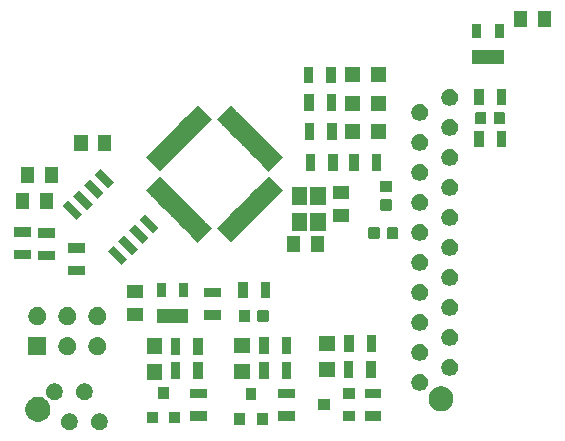
<source format=gts>
G04 #@! TF.GenerationSoftware,KiCad,Pcbnew,(5.1.4-0-10_14)*
G04 #@! TF.CreationDate,2020-01-14T22:28:18-05:00*
G04 #@! TF.ProjectId,throttle,7468726f-7474-46c6-952e-6b696361645f,rev?*
G04 #@! TF.SameCoordinates,Original*
G04 #@! TF.FileFunction,Soldermask,Top*
G04 #@! TF.FilePolarity,Negative*
%FSLAX46Y46*%
G04 Gerber Fmt 4.6, Leading zero omitted, Abs format (unit mm)*
G04 Created by KiCad (PCBNEW (5.1.4-0-10_14)) date 2020-01-14 22:28:18*
%MOMM*%
%LPD*%
G04 APERTURE LIST*
%ADD10C,0.100000*%
G04 APERTURE END LIST*
D10*
G36*
X83440273Y-93356738D02*
G01*
X83567849Y-93409582D01*
X83682659Y-93486295D01*
X83780305Y-93583941D01*
X83857018Y-93698751D01*
X83909862Y-93826327D01*
X83936800Y-93961756D01*
X83936800Y-94099844D01*
X83909862Y-94235273D01*
X83857018Y-94362849D01*
X83780305Y-94477659D01*
X83682659Y-94575305D01*
X83567849Y-94652018D01*
X83440273Y-94704862D01*
X83304844Y-94731800D01*
X83166756Y-94731800D01*
X83031327Y-94704862D01*
X82903751Y-94652018D01*
X82788941Y-94575305D01*
X82691295Y-94477659D01*
X82614582Y-94362849D01*
X82561738Y-94235273D01*
X82534800Y-94099844D01*
X82534800Y-93961756D01*
X82561738Y-93826327D01*
X82614582Y-93698751D01*
X82691295Y-93583941D01*
X82788941Y-93486295D01*
X82903751Y-93409582D01*
X83031327Y-93356738D01*
X83166756Y-93329800D01*
X83304844Y-93329800D01*
X83440273Y-93356738D01*
X83440273Y-93356738D01*
G37*
G36*
X80900273Y-93356738D02*
G01*
X81027849Y-93409582D01*
X81142659Y-93486295D01*
X81240305Y-93583941D01*
X81317018Y-93698751D01*
X81369862Y-93826327D01*
X81396800Y-93961756D01*
X81396800Y-94099844D01*
X81369862Y-94235273D01*
X81317018Y-94362849D01*
X81240305Y-94477659D01*
X81142659Y-94575305D01*
X81027849Y-94652018D01*
X80900273Y-94704862D01*
X80764844Y-94731800D01*
X80626756Y-94731800D01*
X80491327Y-94704862D01*
X80363751Y-94652018D01*
X80248941Y-94575305D01*
X80151295Y-94477659D01*
X80074582Y-94362849D01*
X80021738Y-94235273D01*
X79994800Y-94099844D01*
X79994800Y-93961756D01*
X80021738Y-93826327D01*
X80074582Y-93698751D01*
X80151295Y-93583941D01*
X80248941Y-93486295D01*
X80363751Y-93409582D01*
X80491327Y-93356738D01*
X80626756Y-93329800D01*
X80764844Y-93329800D01*
X80900273Y-93356738D01*
X80900273Y-93356738D01*
G37*
G36*
X97469000Y-94292000D02*
G01*
X96567000Y-94292000D01*
X96567000Y-93290000D01*
X97469000Y-93290000D01*
X97469000Y-94292000D01*
X97469000Y-94292000D01*
G37*
G36*
X95569000Y-94292000D02*
G01*
X94667000Y-94292000D01*
X94667000Y-93290000D01*
X95569000Y-93290000D01*
X95569000Y-94292000D01*
X95569000Y-94292000D01*
G37*
G36*
X90065000Y-94187000D02*
G01*
X89163000Y-94187000D01*
X89163000Y-93185000D01*
X90065000Y-93185000D01*
X90065000Y-94187000D01*
X90065000Y-94187000D01*
G37*
G36*
X88165000Y-94187000D02*
G01*
X87263000Y-94187000D01*
X87263000Y-93185000D01*
X88165000Y-93185000D01*
X88165000Y-94187000D01*
X88165000Y-94187000D01*
G37*
G36*
X78332364Y-91980189D02*
G01*
X78523633Y-92059415D01*
X78523635Y-92059416D01*
X78695773Y-92174435D01*
X78842165Y-92320827D01*
X78899453Y-92406564D01*
X78957185Y-92492967D01*
X79036411Y-92684236D01*
X79076800Y-92887284D01*
X79076800Y-93094316D01*
X79036411Y-93297364D01*
X79011817Y-93356739D01*
X78957184Y-93488635D01*
X78842165Y-93660773D01*
X78695773Y-93807165D01*
X78523635Y-93922184D01*
X78523634Y-93922185D01*
X78523633Y-93922185D01*
X78332364Y-94001411D01*
X78129316Y-94041800D01*
X77922284Y-94041800D01*
X77719236Y-94001411D01*
X77527967Y-93922185D01*
X77527966Y-93922185D01*
X77527965Y-93922184D01*
X77355827Y-93807165D01*
X77209435Y-93660773D01*
X77094416Y-93488635D01*
X77039783Y-93356739D01*
X77015189Y-93297364D01*
X76974800Y-93094316D01*
X76974800Y-92887284D01*
X77015189Y-92684236D01*
X77094415Y-92492967D01*
X77152148Y-92406564D01*
X77209435Y-92320827D01*
X77355827Y-92174435D01*
X77527965Y-92059416D01*
X77527967Y-92059415D01*
X77719236Y-91980189D01*
X77922284Y-91939800D01*
X78129316Y-91939800D01*
X78332364Y-91980189D01*
X78332364Y-91980189D01*
G37*
G36*
X104865000Y-94007000D02*
G01*
X103863000Y-94007000D01*
X103863000Y-93105000D01*
X104865000Y-93105000D01*
X104865000Y-94007000D01*
X104865000Y-94007000D01*
G37*
G36*
X99769000Y-93967000D02*
G01*
X98367000Y-93967000D01*
X98367000Y-93165000D01*
X99769000Y-93165000D01*
X99769000Y-93967000D01*
X99769000Y-93967000D01*
G37*
G36*
X92315000Y-93962000D02*
G01*
X90913000Y-93962000D01*
X90913000Y-93160000D01*
X92315000Y-93160000D01*
X92315000Y-93962000D01*
X92315000Y-93962000D01*
G37*
G36*
X107115000Y-93957000D02*
G01*
X105713000Y-93957000D01*
X105713000Y-93155000D01*
X107115000Y-93155000D01*
X107115000Y-93957000D01*
X107115000Y-93957000D01*
G37*
G36*
X112456564Y-91089389D02*
G01*
X112647833Y-91168615D01*
X112647835Y-91168616D01*
X112819973Y-91283635D01*
X112966365Y-91430027D01*
X113053105Y-91559842D01*
X113081385Y-91602167D01*
X113160611Y-91793436D01*
X113201000Y-91996484D01*
X113201000Y-92203516D01*
X113160611Y-92406564D01*
X113081385Y-92597833D01*
X113081384Y-92597835D01*
X112966365Y-92769973D01*
X112819973Y-92916365D01*
X112647835Y-93031384D01*
X112647834Y-93031385D01*
X112647833Y-93031385D01*
X112456564Y-93110611D01*
X112253516Y-93151000D01*
X112046484Y-93151000D01*
X111843436Y-93110611D01*
X111652167Y-93031385D01*
X111652166Y-93031385D01*
X111652165Y-93031384D01*
X111480027Y-92916365D01*
X111333635Y-92769973D01*
X111218616Y-92597835D01*
X111218615Y-92597833D01*
X111139389Y-92406564D01*
X111099000Y-92203516D01*
X111099000Y-91996484D01*
X111139389Y-91793436D01*
X111218615Y-91602167D01*
X111246896Y-91559842D01*
X111333635Y-91430027D01*
X111480027Y-91283635D01*
X111652165Y-91168616D01*
X111652167Y-91168615D01*
X111843436Y-91089389D01*
X112046484Y-91049000D01*
X112253516Y-91049000D01*
X112456564Y-91089389D01*
X112456564Y-91089389D01*
G37*
G36*
X102765000Y-93057000D02*
G01*
X101763000Y-93057000D01*
X101763000Y-92155000D01*
X102765000Y-92155000D01*
X102765000Y-93057000D01*
X102765000Y-93057000D01*
G37*
G36*
X96519000Y-92192000D02*
G01*
X95617000Y-92192000D01*
X95617000Y-91190000D01*
X96519000Y-91190000D01*
X96519000Y-92192000D01*
X96519000Y-92192000D01*
G37*
G36*
X82170273Y-90816738D02*
G01*
X82297849Y-90869582D01*
X82412659Y-90946295D01*
X82510305Y-91043941D01*
X82587018Y-91158751D01*
X82639862Y-91286327D01*
X82666800Y-91421756D01*
X82666800Y-91559844D01*
X82639862Y-91695273D01*
X82587018Y-91822849D01*
X82510305Y-91937659D01*
X82412659Y-92035305D01*
X82297849Y-92112018D01*
X82170273Y-92164862D01*
X82034844Y-92191800D01*
X81896756Y-92191800D01*
X81761327Y-92164862D01*
X81633751Y-92112018D01*
X81518941Y-92035305D01*
X81421295Y-91937659D01*
X81344582Y-91822849D01*
X81291738Y-91695273D01*
X81264800Y-91559844D01*
X81264800Y-91421756D01*
X81291738Y-91286327D01*
X81344582Y-91158751D01*
X81421295Y-91043941D01*
X81518941Y-90946295D01*
X81633751Y-90869582D01*
X81761327Y-90816738D01*
X81896756Y-90789800D01*
X82034844Y-90789800D01*
X82170273Y-90816738D01*
X82170273Y-90816738D01*
G37*
G36*
X79630273Y-90816738D02*
G01*
X79757849Y-90869582D01*
X79872659Y-90946295D01*
X79970305Y-91043941D01*
X80047018Y-91158751D01*
X80099862Y-91286327D01*
X80126800Y-91421756D01*
X80126800Y-91559844D01*
X80099862Y-91695273D01*
X80047018Y-91822849D01*
X79970305Y-91937659D01*
X79872659Y-92035305D01*
X79757849Y-92112018D01*
X79630273Y-92164862D01*
X79494844Y-92191800D01*
X79356756Y-92191800D01*
X79221327Y-92164862D01*
X79093751Y-92112018D01*
X78978941Y-92035305D01*
X78881295Y-91937659D01*
X78804582Y-91822849D01*
X78751738Y-91695273D01*
X78724800Y-91559844D01*
X78724800Y-91421756D01*
X78751738Y-91286327D01*
X78804582Y-91158751D01*
X78881295Y-91043941D01*
X78978941Y-90946295D01*
X79093751Y-90869582D01*
X79221327Y-90816738D01*
X79356756Y-90789800D01*
X79494844Y-90789800D01*
X79630273Y-90816738D01*
X79630273Y-90816738D01*
G37*
G36*
X104865000Y-92107000D02*
G01*
X103863000Y-92107000D01*
X103863000Y-91205000D01*
X104865000Y-91205000D01*
X104865000Y-92107000D01*
X104865000Y-92107000D01*
G37*
G36*
X89115000Y-92087000D02*
G01*
X88213000Y-92087000D01*
X88213000Y-91085000D01*
X89115000Y-91085000D01*
X89115000Y-92087000D01*
X89115000Y-92087000D01*
G37*
G36*
X99769000Y-92067000D02*
G01*
X98367000Y-92067000D01*
X98367000Y-91265000D01*
X99769000Y-91265000D01*
X99769000Y-92067000D01*
X99769000Y-92067000D01*
G37*
G36*
X92315000Y-92062000D02*
G01*
X90913000Y-92062000D01*
X90913000Y-91260000D01*
X92315000Y-91260000D01*
X92315000Y-92062000D01*
X92315000Y-92062000D01*
G37*
G36*
X107115000Y-92057000D02*
G01*
X105713000Y-92057000D01*
X105713000Y-91255000D01*
X107115000Y-91255000D01*
X107115000Y-92057000D01*
X107115000Y-92057000D01*
G37*
G36*
X110554473Y-90025938D02*
G01*
X110682049Y-90078782D01*
X110796859Y-90155495D01*
X110894505Y-90253141D01*
X110971218Y-90367951D01*
X111024062Y-90495527D01*
X111051000Y-90630956D01*
X111051000Y-90769044D01*
X111024062Y-90904473D01*
X110971218Y-91032049D01*
X110894505Y-91146859D01*
X110796859Y-91244505D01*
X110682049Y-91321218D01*
X110554473Y-91374062D01*
X110419044Y-91401000D01*
X110280956Y-91401000D01*
X110145527Y-91374062D01*
X110017951Y-91321218D01*
X109903141Y-91244505D01*
X109805495Y-91146859D01*
X109728782Y-91032049D01*
X109675938Y-90904473D01*
X109649000Y-90769044D01*
X109649000Y-90630956D01*
X109675938Y-90495527D01*
X109728782Y-90367951D01*
X109805495Y-90253141D01*
X109903141Y-90155495D01*
X110017951Y-90078782D01*
X110145527Y-90025938D01*
X110280956Y-89999000D01*
X110419044Y-89999000D01*
X110554473Y-90025938D01*
X110554473Y-90025938D01*
G37*
G36*
X88526000Y-90476000D02*
G01*
X87224000Y-90476000D01*
X87224000Y-89174000D01*
X88526000Y-89174000D01*
X88526000Y-90476000D01*
X88526000Y-90476000D01*
G37*
G36*
X95969000Y-90422000D02*
G01*
X94667000Y-90422000D01*
X94667000Y-89120000D01*
X95969000Y-89120000D01*
X95969000Y-90422000D01*
X95969000Y-90422000D01*
G37*
G36*
X97569000Y-90417000D02*
G01*
X96767000Y-90417000D01*
X96767000Y-89015000D01*
X97569000Y-89015000D01*
X97569000Y-90417000D01*
X97569000Y-90417000D01*
G37*
G36*
X99469000Y-90417000D02*
G01*
X98667000Y-90417000D01*
X98667000Y-89015000D01*
X99469000Y-89015000D01*
X99469000Y-90417000D01*
X99469000Y-90417000D01*
G37*
G36*
X90065000Y-90387000D02*
G01*
X89263000Y-90387000D01*
X89263000Y-88985000D01*
X90065000Y-88985000D01*
X90065000Y-90387000D01*
X90065000Y-90387000D01*
G37*
G36*
X91965000Y-90387000D02*
G01*
X91163000Y-90387000D01*
X91163000Y-88985000D01*
X91965000Y-88985000D01*
X91965000Y-90387000D01*
X91965000Y-90387000D01*
G37*
G36*
X106640000Y-90307000D02*
G01*
X105838000Y-90307000D01*
X105838000Y-88905000D01*
X106640000Y-88905000D01*
X106640000Y-90307000D01*
X106640000Y-90307000D01*
G37*
G36*
X104740000Y-90307000D02*
G01*
X103938000Y-90307000D01*
X103938000Y-88905000D01*
X104740000Y-88905000D01*
X104740000Y-90307000D01*
X104740000Y-90307000D01*
G37*
G36*
X103160000Y-90287000D02*
G01*
X101858000Y-90287000D01*
X101858000Y-88985000D01*
X103160000Y-88985000D01*
X103160000Y-90287000D01*
X103160000Y-90287000D01*
G37*
G36*
X113094473Y-88755938D02*
G01*
X113222049Y-88808782D01*
X113336859Y-88885495D01*
X113434505Y-88983141D01*
X113511218Y-89097951D01*
X113564062Y-89225527D01*
X113591000Y-89360956D01*
X113591000Y-89499044D01*
X113564062Y-89634473D01*
X113511218Y-89762049D01*
X113434505Y-89876859D01*
X113336859Y-89974505D01*
X113222049Y-90051218D01*
X113094473Y-90104062D01*
X112959044Y-90131000D01*
X112820956Y-90131000D01*
X112685527Y-90104062D01*
X112557951Y-90051218D01*
X112443141Y-89974505D01*
X112345495Y-89876859D01*
X112268782Y-89762049D01*
X112215938Y-89634473D01*
X112189000Y-89499044D01*
X112189000Y-89360956D01*
X112215938Y-89225527D01*
X112268782Y-89097951D01*
X112345495Y-88983141D01*
X112443141Y-88885495D01*
X112557951Y-88808782D01*
X112685527Y-88755938D01*
X112820956Y-88729000D01*
X112959044Y-88729000D01*
X113094473Y-88755938D01*
X113094473Y-88755938D01*
G37*
G36*
X110554473Y-87485938D02*
G01*
X110682049Y-87538782D01*
X110796859Y-87615495D01*
X110894505Y-87713141D01*
X110971218Y-87827951D01*
X111024062Y-87955527D01*
X111051000Y-88090956D01*
X111051000Y-88229044D01*
X111024062Y-88364473D01*
X110971218Y-88492049D01*
X110894505Y-88606859D01*
X110796859Y-88704505D01*
X110682049Y-88781218D01*
X110554473Y-88834062D01*
X110419044Y-88861000D01*
X110280956Y-88861000D01*
X110145527Y-88834062D01*
X110017951Y-88781218D01*
X109903141Y-88704505D01*
X109805495Y-88606859D01*
X109728782Y-88492049D01*
X109675938Y-88364473D01*
X109649000Y-88229044D01*
X109649000Y-88090956D01*
X109675938Y-87955527D01*
X109728782Y-87827951D01*
X109805495Y-87713141D01*
X109903141Y-87615495D01*
X110017951Y-87538782D01*
X110145527Y-87485938D01*
X110280956Y-87459000D01*
X110419044Y-87459000D01*
X110554473Y-87485938D01*
X110554473Y-87485938D01*
G37*
G36*
X83277059Y-86907860D02*
G01*
X83306368Y-86920000D01*
X83413732Y-86964472D01*
X83536735Y-87046660D01*
X83641340Y-87151265D01*
X83688636Y-87222049D01*
X83723529Y-87274270D01*
X83780140Y-87410941D01*
X83784827Y-87434502D01*
X83809000Y-87556033D01*
X83809000Y-87703967D01*
X83780140Y-87849059D01*
X83723528Y-87985732D01*
X83641340Y-88108735D01*
X83536735Y-88213340D01*
X83413732Y-88295528D01*
X83413731Y-88295529D01*
X83413730Y-88295529D01*
X83277059Y-88352140D01*
X83131968Y-88381000D01*
X82984032Y-88381000D01*
X82838941Y-88352140D01*
X82702270Y-88295529D01*
X82702269Y-88295529D01*
X82702268Y-88295528D01*
X82579265Y-88213340D01*
X82474660Y-88108735D01*
X82392472Y-87985732D01*
X82335860Y-87849059D01*
X82307000Y-87703967D01*
X82307000Y-87556033D01*
X82331174Y-87434502D01*
X82335860Y-87410941D01*
X82392471Y-87274270D01*
X82427364Y-87222049D01*
X82474660Y-87151265D01*
X82579265Y-87046660D01*
X82702268Y-86964472D01*
X82809633Y-86920000D01*
X82838941Y-86907860D01*
X82984032Y-86879000D01*
X83131968Y-86879000D01*
X83277059Y-86907860D01*
X83277059Y-86907860D01*
G37*
G36*
X80737059Y-86907860D02*
G01*
X80766368Y-86920000D01*
X80873732Y-86964472D01*
X80996735Y-87046660D01*
X81101340Y-87151265D01*
X81148636Y-87222049D01*
X81183529Y-87274270D01*
X81240140Y-87410941D01*
X81244827Y-87434502D01*
X81269000Y-87556033D01*
X81269000Y-87703967D01*
X81240140Y-87849059D01*
X81183528Y-87985732D01*
X81101340Y-88108735D01*
X80996735Y-88213340D01*
X80873732Y-88295528D01*
X80873731Y-88295529D01*
X80873730Y-88295529D01*
X80737059Y-88352140D01*
X80591968Y-88381000D01*
X80444032Y-88381000D01*
X80298941Y-88352140D01*
X80162270Y-88295529D01*
X80162269Y-88295529D01*
X80162268Y-88295528D01*
X80039265Y-88213340D01*
X79934660Y-88108735D01*
X79852472Y-87985732D01*
X79795860Y-87849059D01*
X79767000Y-87703967D01*
X79767000Y-87556033D01*
X79791174Y-87434502D01*
X79795860Y-87410941D01*
X79852471Y-87274270D01*
X79887364Y-87222049D01*
X79934660Y-87151265D01*
X80039265Y-87046660D01*
X80162268Y-86964472D01*
X80269633Y-86920000D01*
X80298941Y-86907860D01*
X80444032Y-86879000D01*
X80591968Y-86879000D01*
X80737059Y-86907860D01*
X80737059Y-86907860D01*
G37*
G36*
X78729000Y-88381000D02*
G01*
X77227000Y-88381000D01*
X77227000Y-86879000D01*
X78729000Y-86879000D01*
X78729000Y-88381000D01*
X78729000Y-88381000D01*
G37*
G36*
X91976000Y-88376000D02*
G01*
X91174000Y-88376000D01*
X91174000Y-86974000D01*
X91976000Y-86974000D01*
X91976000Y-88376000D01*
X91976000Y-88376000D01*
G37*
G36*
X90076000Y-88376000D02*
G01*
X89274000Y-88376000D01*
X89274000Y-86974000D01*
X90076000Y-86974000D01*
X90076000Y-88376000D01*
X90076000Y-88376000D01*
G37*
G36*
X88526000Y-88276000D02*
G01*
X87224000Y-88276000D01*
X87224000Y-86974000D01*
X88526000Y-86974000D01*
X88526000Y-88276000D01*
X88526000Y-88276000D01*
G37*
G36*
X97569000Y-88267000D02*
G01*
X96767000Y-88267000D01*
X96767000Y-86865000D01*
X97569000Y-86865000D01*
X97569000Y-88267000D01*
X97569000Y-88267000D01*
G37*
G36*
X99469000Y-88267000D02*
G01*
X98667000Y-88267000D01*
X98667000Y-86865000D01*
X99469000Y-86865000D01*
X99469000Y-88267000D01*
X99469000Y-88267000D01*
G37*
G36*
X95969000Y-88222000D02*
G01*
X94667000Y-88222000D01*
X94667000Y-86920000D01*
X95969000Y-86920000D01*
X95969000Y-88222000D01*
X95969000Y-88222000D01*
G37*
G36*
X104765000Y-88132000D02*
G01*
X103963000Y-88132000D01*
X103963000Y-86730000D01*
X104765000Y-86730000D01*
X104765000Y-88132000D01*
X104765000Y-88132000D01*
G37*
G36*
X106665000Y-88132000D02*
G01*
X105863000Y-88132000D01*
X105863000Y-86730000D01*
X106665000Y-86730000D01*
X106665000Y-88132000D01*
X106665000Y-88132000D01*
G37*
G36*
X103160000Y-88087000D02*
G01*
X101858000Y-88087000D01*
X101858000Y-86785000D01*
X103160000Y-86785000D01*
X103160000Y-88087000D01*
X103160000Y-88087000D01*
G37*
G36*
X113094473Y-86215938D02*
G01*
X113222049Y-86268782D01*
X113336859Y-86345495D01*
X113434505Y-86443141D01*
X113511218Y-86557951D01*
X113564062Y-86685527D01*
X113591000Y-86820956D01*
X113591000Y-86959044D01*
X113564062Y-87094473D01*
X113511218Y-87222049D01*
X113434505Y-87336859D01*
X113336859Y-87434505D01*
X113222049Y-87511218D01*
X113094473Y-87564062D01*
X112959044Y-87591000D01*
X112820956Y-87591000D01*
X112685527Y-87564062D01*
X112557951Y-87511218D01*
X112443141Y-87434505D01*
X112345495Y-87336859D01*
X112268782Y-87222049D01*
X112215938Y-87094473D01*
X112189000Y-86959044D01*
X112189000Y-86820956D01*
X112215938Y-86685527D01*
X112268782Y-86557951D01*
X112345495Y-86443141D01*
X112443141Y-86345495D01*
X112557951Y-86268782D01*
X112685527Y-86215938D01*
X112820956Y-86189000D01*
X112959044Y-86189000D01*
X113094473Y-86215938D01*
X113094473Y-86215938D01*
G37*
G36*
X110554473Y-84945938D02*
G01*
X110682049Y-84998782D01*
X110796859Y-85075495D01*
X110894505Y-85173141D01*
X110971218Y-85287951D01*
X111024062Y-85415527D01*
X111051000Y-85550956D01*
X111051000Y-85689044D01*
X111024062Y-85824473D01*
X110971218Y-85952049D01*
X110894505Y-86066859D01*
X110796859Y-86164505D01*
X110682049Y-86241218D01*
X110554473Y-86294062D01*
X110419044Y-86321000D01*
X110280956Y-86321000D01*
X110145527Y-86294062D01*
X110017951Y-86241218D01*
X109903141Y-86164505D01*
X109805495Y-86066859D01*
X109728782Y-85952049D01*
X109675938Y-85824473D01*
X109649000Y-85689044D01*
X109649000Y-85550956D01*
X109675938Y-85415527D01*
X109728782Y-85287951D01*
X109805495Y-85173141D01*
X109903141Y-85075495D01*
X110017951Y-84998782D01*
X110145527Y-84945938D01*
X110280956Y-84919000D01*
X110419044Y-84919000D01*
X110554473Y-84945938D01*
X110554473Y-84945938D01*
G37*
G36*
X78197059Y-84367860D02*
G01*
X78333732Y-84424472D01*
X78456735Y-84506660D01*
X78561340Y-84611265D01*
X78608636Y-84682049D01*
X78643529Y-84734270D01*
X78700140Y-84870941D01*
X78704827Y-84894502D01*
X78729000Y-85016033D01*
X78729000Y-85163967D01*
X78700140Y-85309059D01*
X78643528Y-85445732D01*
X78561340Y-85568735D01*
X78456735Y-85673340D01*
X78333732Y-85755528D01*
X78333731Y-85755529D01*
X78333730Y-85755529D01*
X78197059Y-85812140D01*
X78051968Y-85841000D01*
X77904032Y-85841000D01*
X77758941Y-85812140D01*
X77622270Y-85755529D01*
X77622269Y-85755529D01*
X77622268Y-85755528D01*
X77499265Y-85673340D01*
X77394660Y-85568735D01*
X77312472Y-85445732D01*
X77255860Y-85309059D01*
X77227000Y-85163967D01*
X77227000Y-85016033D01*
X77251174Y-84894502D01*
X77255860Y-84870941D01*
X77312471Y-84734270D01*
X77347364Y-84682049D01*
X77394660Y-84611265D01*
X77499265Y-84506660D01*
X77622268Y-84424472D01*
X77758941Y-84367860D01*
X77904032Y-84339000D01*
X78051968Y-84339000D01*
X78197059Y-84367860D01*
X78197059Y-84367860D01*
G37*
G36*
X80737059Y-84367860D02*
G01*
X80873732Y-84424472D01*
X80996735Y-84506660D01*
X81101340Y-84611265D01*
X81148636Y-84682049D01*
X81183529Y-84734270D01*
X81240140Y-84870941D01*
X81244827Y-84894502D01*
X81269000Y-85016033D01*
X81269000Y-85163967D01*
X81240140Y-85309059D01*
X81183528Y-85445732D01*
X81101340Y-85568735D01*
X80996735Y-85673340D01*
X80873732Y-85755528D01*
X80873731Y-85755529D01*
X80873730Y-85755529D01*
X80737059Y-85812140D01*
X80591968Y-85841000D01*
X80444032Y-85841000D01*
X80298941Y-85812140D01*
X80162270Y-85755529D01*
X80162269Y-85755529D01*
X80162268Y-85755528D01*
X80039265Y-85673340D01*
X79934660Y-85568735D01*
X79852472Y-85445732D01*
X79795860Y-85309059D01*
X79767000Y-85163967D01*
X79767000Y-85016033D01*
X79791174Y-84894502D01*
X79795860Y-84870941D01*
X79852471Y-84734270D01*
X79887364Y-84682049D01*
X79934660Y-84611265D01*
X80039265Y-84506660D01*
X80162268Y-84424472D01*
X80298941Y-84367860D01*
X80444032Y-84339000D01*
X80591968Y-84339000D01*
X80737059Y-84367860D01*
X80737059Y-84367860D01*
G37*
G36*
X83277059Y-84367860D02*
G01*
X83413732Y-84424472D01*
X83536735Y-84506660D01*
X83641340Y-84611265D01*
X83688636Y-84682049D01*
X83723529Y-84734270D01*
X83780140Y-84870941D01*
X83784827Y-84894502D01*
X83809000Y-85016033D01*
X83809000Y-85163967D01*
X83780140Y-85309059D01*
X83723528Y-85445732D01*
X83641340Y-85568735D01*
X83536735Y-85673340D01*
X83413732Y-85755528D01*
X83413731Y-85755529D01*
X83413730Y-85755529D01*
X83277059Y-85812140D01*
X83131968Y-85841000D01*
X82984032Y-85841000D01*
X82838941Y-85812140D01*
X82702270Y-85755529D01*
X82702269Y-85755529D01*
X82702268Y-85755528D01*
X82579265Y-85673340D01*
X82474660Y-85568735D01*
X82392472Y-85445732D01*
X82335860Y-85309059D01*
X82307000Y-85163967D01*
X82307000Y-85016033D01*
X82331174Y-84894502D01*
X82335860Y-84870941D01*
X82392471Y-84734270D01*
X82427364Y-84682049D01*
X82474660Y-84611265D01*
X82579265Y-84506660D01*
X82702268Y-84424472D01*
X82838941Y-84367860D01*
X82984032Y-84339000D01*
X83131968Y-84339000D01*
X83277059Y-84367860D01*
X83277059Y-84367860D01*
G37*
G36*
X90734000Y-85671000D02*
G01*
X88082000Y-85671000D01*
X88082000Y-84509000D01*
X90734000Y-84509000D01*
X90734000Y-85671000D01*
X90734000Y-85671000D01*
G37*
G36*
X97442091Y-84553085D02*
G01*
X97476069Y-84563393D01*
X97507390Y-84580134D01*
X97534839Y-84602661D01*
X97557366Y-84630110D01*
X97574107Y-84661431D01*
X97584415Y-84695409D01*
X97588500Y-84736890D01*
X97588500Y-85413110D01*
X97584415Y-85454591D01*
X97574107Y-85488569D01*
X97557366Y-85519890D01*
X97534839Y-85547339D01*
X97507390Y-85569866D01*
X97476069Y-85586607D01*
X97442091Y-85596915D01*
X97400610Y-85601000D01*
X96799390Y-85601000D01*
X96757909Y-85596915D01*
X96723931Y-85586607D01*
X96692610Y-85569866D01*
X96665161Y-85547339D01*
X96642634Y-85519890D01*
X96625893Y-85488569D01*
X96615585Y-85454591D01*
X96611500Y-85413110D01*
X96611500Y-84736890D01*
X96615585Y-84695409D01*
X96625893Y-84661431D01*
X96642634Y-84630110D01*
X96665161Y-84602661D01*
X96692610Y-84580134D01*
X96723931Y-84563393D01*
X96757909Y-84553085D01*
X96799390Y-84549000D01*
X97400610Y-84549000D01*
X97442091Y-84553085D01*
X97442091Y-84553085D01*
G37*
G36*
X95867091Y-84553085D02*
G01*
X95901069Y-84563393D01*
X95932390Y-84580134D01*
X95959839Y-84602661D01*
X95982366Y-84630110D01*
X95999107Y-84661431D01*
X96009415Y-84695409D01*
X96013500Y-84736890D01*
X96013500Y-85413110D01*
X96009415Y-85454591D01*
X95999107Y-85488569D01*
X95982366Y-85519890D01*
X95959839Y-85547339D01*
X95932390Y-85569866D01*
X95901069Y-85586607D01*
X95867091Y-85596915D01*
X95825610Y-85601000D01*
X95224390Y-85601000D01*
X95182909Y-85596915D01*
X95148931Y-85586607D01*
X95117610Y-85569866D01*
X95090161Y-85547339D01*
X95067634Y-85519890D01*
X95050893Y-85488569D01*
X95040585Y-85454591D01*
X95036500Y-85413110D01*
X95036500Y-84736890D01*
X95040585Y-84695409D01*
X95050893Y-84661431D01*
X95067634Y-84630110D01*
X95090161Y-84602661D01*
X95117610Y-84580134D01*
X95148931Y-84563393D01*
X95182909Y-84553085D01*
X95224390Y-84549000D01*
X95825610Y-84549000D01*
X95867091Y-84553085D01*
X95867091Y-84553085D01*
G37*
G36*
X86920800Y-85545800D02*
G01*
X85568800Y-85545800D01*
X85568800Y-84443800D01*
X86920800Y-84443800D01*
X86920800Y-85545800D01*
X86920800Y-85545800D01*
G37*
G36*
X93501000Y-85401000D02*
G01*
X92099000Y-85401000D01*
X92099000Y-84599000D01*
X93501000Y-84599000D01*
X93501000Y-85401000D01*
X93501000Y-85401000D01*
G37*
G36*
X113094473Y-83675938D02*
G01*
X113222049Y-83728782D01*
X113336859Y-83805495D01*
X113434505Y-83903141D01*
X113511218Y-84017951D01*
X113564062Y-84145527D01*
X113591000Y-84280956D01*
X113591000Y-84419044D01*
X113564062Y-84554473D01*
X113511218Y-84682049D01*
X113434505Y-84796859D01*
X113336859Y-84894505D01*
X113222049Y-84971218D01*
X113094473Y-85024062D01*
X112959044Y-85051000D01*
X112820956Y-85051000D01*
X112685527Y-85024062D01*
X112557951Y-84971218D01*
X112443141Y-84894505D01*
X112345495Y-84796859D01*
X112268782Y-84682049D01*
X112215938Y-84554473D01*
X112189000Y-84419044D01*
X112189000Y-84280956D01*
X112215938Y-84145527D01*
X112268782Y-84017951D01*
X112345495Y-83903141D01*
X112443141Y-83805495D01*
X112557951Y-83728782D01*
X112685527Y-83675938D01*
X112820956Y-83649000D01*
X112959044Y-83649000D01*
X113094473Y-83675938D01*
X113094473Y-83675938D01*
G37*
G36*
X110554473Y-82405938D02*
G01*
X110682049Y-82458782D01*
X110796859Y-82535495D01*
X110894505Y-82633141D01*
X110971218Y-82747951D01*
X111024062Y-82875527D01*
X111051000Y-83010956D01*
X111051000Y-83149044D01*
X111024062Y-83284473D01*
X110971218Y-83412049D01*
X110894505Y-83526859D01*
X110796859Y-83624505D01*
X110682049Y-83701218D01*
X110554473Y-83754062D01*
X110419044Y-83781000D01*
X110280956Y-83781000D01*
X110145527Y-83754062D01*
X110017951Y-83701218D01*
X109903141Y-83624505D01*
X109805495Y-83526859D01*
X109728782Y-83412049D01*
X109675938Y-83284473D01*
X109649000Y-83149044D01*
X109649000Y-83010956D01*
X109675938Y-82875527D01*
X109728782Y-82747951D01*
X109805495Y-82633141D01*
X109903141Y-82535495D01*
X110017951Y-82458782D01*
X110145527Y-82405938D01*
X110280956Y-82379000D01*
X110419044Y-82379000D01*
X110554473Y-82405938D01*
X110554473Y-82405938D01*
G37*
G36*
X97701000Y-83601000D02*
G01*
X96899000Y-83601000D01*
X96899000Y-82199000D01*
X97701000Y-82199000D01*
X97701000Y-83601000D01*
X97701000Y-83601000D01*
G37*
G36*
X95801000Y-83601000D02*
G01*
X94999000Y-83601000D01*
X94999000Y-82199000D01*
X95801000Y-82199000D01*
X95801000Y-83601000D01*
X95801000Y-83601000D01*
G37*
G36*
X86920800Y-83545800D02*
G01*
X85568800Y-83545800D01*
X85568800Y-82443800D01*
X86920800Y-82443800D01*
X86920800Y-83545800D01*
X86920800Y-83545800D01*
G37*
G36*
X93501000Y-83501000D02*
G01*
X92099000Y-83501000D01*
X92099000Y-82699000D01*
X93501000Y-82699000D01*
X93501000Y-83501000D01*
X93501000Y-83501000D01*
G37*
G36*
X88834000Y-83471000D02*
G01*
X88082000Y-83471000D01*
X88082000Y-82309000D01*
X88834000Y-82309000D01*
X88834000Y-83471000D01*
X88834000Y-83471000D01*
G37*
G36*
X90734000Y-83471000D02*
G01*
X89982000Y-83471000D01*
X89982000Y-82309000D01*
X90734000Y-82309000D01*
X90734000Y-83471000D01*
X90734000Y-83471000D01*
G37*
G36*
X113094473Y-81135938D02*
G01*
X113222049Y-81188782D01*
X113336859Y-81265495D01*
X113434505Y-81363141D01*
X113511218Y-81477951D01*
X113564062Y-81605527D01*
X113591000Y-81740956D01*
X113591000Y-81879044D01*
X113564062Y-82014473D01*
X113511218Y-82142049D01*
X113434505Y-82256859D01*
X113336859Y-82354505D01*
X113222049Y-82431218D01*
X113094473Y-82484062D01*
X112959044Y-82511000D01*
X112820956Y-82511000D01*
X112685527Y-82484062D01*
X112557951Y-82431218D01*
X112443141Y-82354505D01*
X112345495Y-82256859D01*
X112268782Y-82142049D01*
X112215938Y-82014473D01*
X112189000Y-81879044D01*
X112189000Y-81740956D01*
X112215938Y-81605527D01*
X112268782Y-81477951D01*
X112345495Y-81363141D01*
X112443141Y-81265495D01*
X112557951Y-81188782D01*
X112685527Y-81135938D01*
X112820956Y-81109000D01*
X112959044Y-81109000D01*
X113094473Y-81135938D01*
X113094473Y-81135938D01*
G37*
G36*
X82001000Y-81651000D02*
G01*
X80599000Y-81651000D01*
X80599000Y-80849000D01*
X82001000Y-80849000D01*
X82001000Y-81651000D01*
X82001000Y-81651000D01*
G37*
G36*
X110554473Y-79865938D02*
G01*
X110682049Y-79918782D01*
X110796859Y-79995495D01*
X110894505Y-80093141D01*
X110971218Y-80207951D01*
X111024062Y-80335527D01*
X111051000Y-80470956D01*
X111051000Y-80609044D01*
X111024062Y-80744473D01*
X110971218Y-80872049D01*
X110894505Y-80986859D01*
X110796859Y-81084505D01*
X110682049Y-81161218D01*
X110554473Y-81214062D01*
X110419044Y-81241000D01*
X110280956Y-81241000D01*
X110145527Y-81214062D01*
X110017951Y-81161218D01*
X109903141Y-81084505D01*
X109805495Y-80986859D01*
X109728782Y-80872049D01*
X109675938Y-80744473D01*
X109649000Y-80609044D01*
X109649000Y-80470956D01*
X109675938Y-80335527D01*
X109728782Y-80207951D01*
X109805495Y-80093141D01*
X109903141Y-79995495D01*
X110017951Y-79918782D01*
X110145527Y-79865938D01*
X110280956Y-79839000D01*
X110419044Y-79839000D01*
X110554473Y-79865938D01*
X110554473Y-79865938D01*
G37*
G36*
X85594415Y-80292103D02*
G01*
X85098026Y-80788492D01*
X83929885Y-79620351D01*
X84426274Y-79123962D01*
X85594415Y-80292103D01*
X85594415Y-80292103D01*
G37*
G36*
X79441000Y-80345000D02*
G01*
X78039000Y-80345000D01*
X78039000Y-79543000D01*
X79441000Y-79543000D01*
X79441000Y-80345000D01*
X79441000Y-80345000D01*
G37*
G36*
X77409000Y-80279000D02*
G01*
X76007000Y-80279000D01*
X76007000Y-79477000D01*
X77409000Y-79477000D01*
X77409000Y-80279000D01*
X77409000Y-80279000D01*
G37*
G36*
X113094473Y-78595938D02*
G01*
X113222049Y-78648782D01*
X113336859Y-78725495D01*
X113434505Y-78823141D01*
X113511218Y-78937951D01*
X113564062Y-79065527D01*
X113591000Y-79200956D01*
X113591000Y-79339044D01*
X113564062Y-79474473D01*
X113511218Y-79602049D01*
X113434505Y-79716859D01*
X113336859Y-79814505D01*
X113222049Y-79891218D01*
X113094473Y-79944062D01*
X112959044Y-79971000D01*
X112820956Y-79971000D01*
X112685527Y-79944062D01*
X112557951Y-79891218D01*
X112443141Y-79814505D01*
X112345495Y-79716859D01*
X112268782Y-79602049D01*
X112215938Y-79474473D01*
X112189000Y-79339044D01*
X112189000Y-79200956D01*
X112215938Y-79065527D01*
X112268782Y-78937951D01*
X112345495Y-78823141D01*
X112443141Y-78725495D01*
X112557951Y-78648782D01*
X112685527Y-78595938D01*
X112820956Y-78569000D01*
X112959044Y-78569000D01*
X113094473Y-78595938D01*
X113094473Y-78595938D01*
G37*
G36*
X86492441Y-79394077D02*
G01*
X85996052Y-79890466D01*
X84827911Y-78722325D01*
X85324300Y-78225936D01*
X86492441Y-79394077D01*
X86492441Y-79394077D01*
G37*
G36*
X82001000Y-79751000D02*
G01*
X80599000Y-79751000D01*
X80599000Y-78949000D01*
X82001000Y-78949000D01*
X82001000Y-79751000D01*
X82001000Y-79751000D01*
G37*
G36*
X102236600Y-79657300D02*
G01*
X101134600Y-79657300D01*
X101134600Y-78305300D01*
X102236600Y-78305300D01*
X102236600Y-79657300D01*
X102236600Y-79657300D01*
G37*
G36*
X100236600Y-79657300D02*
G01*
X99134600Y-79657300D01*
X99134600Y-78305300D01*
X100236600Y-78305300D01*
X100236600Y-79657300D01*
X100236600Y-79657300D01*
G37*
G36*
X87390466Y-78496052D02*
G01*
X86894077Y-78992441D01*
X85725936Y-77824300D01*
X86222325Y-77327911D01*
X87390466Y-78496052D01*
X87390466Y-78496052D01*
G37*
G36*
X98781368Y-74445860D02*
G01*
X98320334Y-74906894D01*
X98215682Y-75011545D01*
X97754648Y-75472579D01*
X97649997Y-75577231D01*
X95491907Y-77735321D01*
X95387255Y-77839972D01*
X94926221Y-78301006D01*
X94821570Y-78405658D01*
X94360536Y-78866692D01*
X93157040Y-77663196D01*
X93618074Y-77202162D01*
X93618075Y-77202163D01*
X93634339Y-77185899D01*
X93634348Y-77185888D01*
X93722726Y-77097511D01*
X93722725Y-77097510D01*
X94183759Y-76636476D01*
X94183760Y-76636477D01*
X94272137Y-76548099D01*
X94272148Y-76548090D01*
X94288412Y-76531826D01*
X94288411Y-76531825D01*
X94749445Y-76070791D01*
X94749446Y-76070792D01*
X94837833Y-75982404D01*
X94854097Y-75966141D01*
X94854096Y-75966140D01*
X95315130Y-75505106D01*
X95315131Y-75505107D01*
X95419783Y-75400455D01*
X95419782Y-75400454D01*
X95880816Y-74939420D01*
X95880817Y-74939421D01*
X95969204Y-74851033D01*
X95985468Y-74834770D01*
X95985467Y-74834769D01*
X96446501Y-74373735D01*
X96446502Y-74373736D01*
X96462766Y-74357472D01*
X96462775Y-74357461D01*
X96551153Y-74269084D01*
X96551152Y-74269083D01*
X97012186Y-73808049D01*
X97012187Y-73808050D01*
X97100564Y-73719672D01*
X97100575Y-73719663D01*
X97116839Y-73703399D01*
X97116838Y-73703398D01*
X97577872Y-73242364D01*
X98781368Y-74445860D01*
X98781368Y-74445860D01*
G37*
G36*
X88811162Y-73703398D02*
G01*
X88811162Y-73703399D01*
X88827426Y-73719663D01*
X88827432Y-73719668D01*
X88915814Y-73808050D01*
X88915814Y-73808049D01*
X89376848Y-74269083D01*
X89376848Y-74269084D01*
X89465230Y-74357466D01*
X89465235Y-74357472D01*
X89481499Y-74373736D01*
X89481499Y-74373735D01*
X89942533Y-74834769D01*
X89942533Y-74834770D01*
X90047184Y-74939421D01*
X90047184Y-74939420D01*
X90508218Y-75400454D01*
X90508218Y-75400455D01*
X90612870Y-75505107D01*
X90612870Y-75505106D01*
X91073904Y-75966140D01*
X91073904Y-75966141D01*
X91178555Y-76070792D01*
X91178555Y-76070791D01*
X91639589Y-76531825D01*
X91639589Y-76531826D01*
X91655853Y-76548090D01*
X91655859Y-76548095D01*
X91744241Y-76636477D01*
X91744241Y-76636476D01*
X92205275Y-77097510D01*
X92205275Y-77097511D01*
X92293657Y-77185893D01*
X92293662Y-77185899D01*
X92309926Y-77202163D01*
X92309926Y-77202162D01*
X92770960Y-77663196D01*
X91567464Y-78866692D01*
X91106430Y-78405658D01*
X91106431Y-78405658D01*
X91018049Y-78317276D01*
X91018044Y-78317270D01*
X91001780Y-78301006D01*
X91001779Y-78301006D01*
X90540745Y-77839972D01*
X90540746Y-77839972D01*
X90524482Y-77823708D01*
X90524476Y-77823703D01*
X90436094Y-77735321D01*
X90436093Y-77735321D01*
X89975059Y-77274287D01*
X89975060Y-77274287D01*
X89870409Y-77169636D01*
X89870408Y-77169636D01*
X89409374Y-76708602D01*
X89409375Y-76708602D01*
X89304723Y-76603950D01*
X89304722Y-76603950D01*
X88843688Y-76142916D01*
X88843689Y-76142916D01*
X88739038Y-76038265D01*
X88739037Y-76038265D01*
X88278003Y-75577231D01*
X88278004Y-75577231D01*
X88189622Y-75488849D01*
X88189617Y-75488843D01*
X88173353Y-75472579D01*
X88173352Y-75472579D01*
X87712318Y-75011545D01*
X87712319Y-75011545D01*
X87696055Y-74995281D01*
X87696049Y-74995276D01*
X87607667Y-74906894D01*
X87607666Y-74906894D01*
X87146632Y-74445860D01*
X88350128Y-73242364D01*
X88811162Y-73703398D01*
X88811162Y-73703398D01*
G37*
G36*
X110554473Y-77325938D02*
G01*
X110682049Y-77378782D01*
X110796859Y-77455495D01*
X110894505Y-77553141D01*
X110971218Y-77667951D01*
X111024062Y-77795527D01*
X111051000Y-77930956D01*
X111051000Y-78069044D01*
X111024062Y-78204473D01*
X110971218Y-78332049D01*
X110894505Y-78446859D01*
X110796859Y-78544505D01*
X110682049Y-78621218D01*
X110554473Y-78674062D01*
X110419044Y-78701000D01*
X110280956Y-78701000D01*
X110145527Y-78674062D01*
X110017951Y-78621218D01*
X109903141Y-78544505D01*
X109805495Y-78446859D01*
X109728782Y-78332049D01*
X109675938Y-78204473D01*
X109649000Y-78069044D01*
X109649000Y-77930956D01*
X109675938Y-77795527D01*
X109728782Y-77667951D01*
X109805495Y-77553141D01*
X109903141Y-77455495D01*
X110017951Y-77378782D01*
X110145527Y-77325938D01*
X110280956Y-77299000D01*
X110419044Y-77299000D01*
X110554473Y-77325938D01*
X110554473Y-77325938D01*
G37*
G36*
X108404591Y-77553085D02*
G01*
X108438569Y-77563393D01*
X108469890Y-77580134D01*
X108497339Y-77602661D01*
X108519866Y-77630110D01*
X108536607Y-77661431D01*
X108546915Y-77695409D01*
X108551000Y-77736890D01*
X108551000Y-78413110D01*
X108546915Y-78454591D01*
X108536607Y-78488569D01*
X108519866Y-78519890D01*
X108497339Y-78547339D01*
X108469890Y-78569866D01*
X108438569Y-78586607D01*
X108404591Y-78596915D01*
X108363110Y-78601000D01*
X107761890Y-78601000D01*
X107720409Y-78596915D01*
X107686431Y-78586607D01*
X107655110Y-78569866D01*
X107627661Y-78547339D01*
X107605134Y-78519890D01*
X107588393Y-78488569D01*
X107578085Y-78454591D01*
X107574000Y-78413110D01*
X107574000Y-77736890D01*
X107578085Y-77695409D01*
X107588393Y-77661431D01*
X107605134Y-77630110D01*
X107627661Y-77602661D01*
X107655110Y-77580134D01*
X107686431Y-77563393D01*
X107720409Y-77553085D01*
X107761890Y-77549000D01*
X108363110Y-77549000D01*
X108404591Y-77553085D01*
X108404591Y-77553085D01*
G37*
G36*
X106829591Y-77553085D02*
G01*
X106863569Y-77563393D01*
X106894890Y-77580134D01*
X106922339Y-77602661D01*
X106944866Y-77630110D01*
X106961607Y-77661431D01*
X106971915Y-77695409D01*
X106976000Y-77736890D01*
X106976000Y-78413110D01*
X106971915Y-78454591D01*
X106961607Y-78488569D01*
X106944866Y-78519890D01*
X106922339Y-78547339D01*
X106894890Y-78569866D01*
X106863569Y-78586607D01*
X106829591Y-78596915D01*
X106788110Y-78601000D01*
X106186890Y-78601000D01*
X106145409Y-78596915D01*
X106111431Y-78586607D01*
X106080110Y-78569866D01*
X106052661Y-78547339D01*
X106030134Y-78519890D01*
X106013393Y-78488569D01*
X106003085Y-78454591D01*
X105999000Y-78413110D01*
X105999000Y-77736890D01*
X106003085Y-77695409D01*
X106013393Y-77661431D01*
X106030134Y-77630110D01*
X106052661Y-77602661D01*
X106080110Y-77580134D01*
X106111431Y-77563393D01*
X106145409Y-77553085D01*
X106186890Y-77549000D01*
X106788110Y-77549000D01*
X106829591Y-77553085D01*
X106829591Y-77553085D01*
G37*
G36*
X79441000Y-78445000D02*
G01*
X78039000Y-78445000D01*
X78039000Y-77643000D01*
X79441000Y-77643000D01*
X79441000Y-78445000D01*
X79441000Y-78445000D01*
G37*
G36*
X77409000Y-78379000D02*
G01*
X76007000Y-78379000D01*
X76007000Y-77577000D01*
X77409000Y-77577000D01*
X77409000Y-78379000D01*
X77409000Y-78379000D01*
G37*
G36*
X88288492Y-77598026D02*
G01*
X87792103Y-78094415D01*
X86623962Y-76926274D01*
X87120351Y-76429885D01*
X88288492Y-77598026D01*
X88288492Y-77598026D01*
G37*
G36*
X100803300Y-77860500D02*
G01*
X99501300Y-77860500D01*
X99501300Y-76358500D01*
X100803300Y-76358500D01*
X100803300Y-77860500D01*
X100803300Y-77860500D01*
G37*
G36*
X102403300Y-77860500D02*
G01*
X101101300Y-77860500D01*
X101101300Y-76358500D01*
X102403300Y-76358500D01*
X102403300Y-77860500D01*
X102403300Y-77860500D01*
G37*
G36*
X113094473Y-76055938D02*
G01*
X113222049Y-76108782D01*
X113336859Y-76185495D01*
X113434505Y-76283141D01*
X113511218Y-76397951D01*
X113564062Y-76525527D01*
X113591000Y-76660956D01*
X113591000Y-76799044D01*
X113564062Y-76934473D01*
X113511218Y-77062049D01*
X113434505Y-77176859D01*
X113336859Y-77274505D01*
X113222049Y-77351218D01*
X113094473Y-77404062D01*
X112959044Y-77431000D01*
X112820956Y-77431000D01*
X112685527Y-77404062D01*
X112557951Y-77351218D01*
X112443141Y-77274505D01*
X112345495Y-77176859D01*
X112268782Y-77062049D01*
X112215938Y-76934473D01*
X112189000Y-76799044D01*
X112189000Y-76660956D01*
X112215938Y-76525527D01*
X112268782Y-76397951D01*
X112345495Y-76283141D01*
X112443141Y-76185495D01*
X112557951Y-76108782D01*
X112685527Y-76055938D01*
X112820956Y-76029000D01*
X112959044Y-76029000D01*
X113094473Y-76055938D01*
X113094473Y-76055938D01*
G37*
G36*
X104358800Y-77154100D02*
G01*
X103006800Y-77154100D01*
X103006800Y-76052100D01*
X104358800Y-76052100D01*
X104358800Y-77154100D01*
X104358800Y-77154100D01*
G37*
G36*
X81776038Y-76473726D02*
G01*
X81279649Y-76970115D01*
X80111508Y-75801974D01*
X80607897Y-75305585D01*
X81776038Y-76473726D01*
X81776038Y-76473726D01*
G37*
G36*
X107885091Y-75194985D02*
G01*
X107919069Y-75205293D01*
X107950390Y-75222034D01*
X107977839Y-75244561D01*
X108000366Y-75272010D01*
X108017107Y-75303331D01*
X108027415Y-75337309D01*
X108031500Y-75378790D01*
X108031500Y-75980010D01*
X108027415Y-76021491D01*
X108017107Y-76055469D01*
X108000366Y-76086790D01*
X107977839Y-76114239D01*
X107950390Y-76136766D01*
X107919069Y-76153507D01*
X107885091Y-76163815D01*
X107843610Y-76167900D01*
X107167390Y-76167900D01*
X107125909Y-76163815D01*
X107091931Y-76153507D01*
X107060610Y-76136766D01*
X107033161Y-76114239D01*
X107010634Y-76086790D01*
X106993893Y-76055469D01*
X106983585Y-76021491D01*
X106979500Y-75980010D01*
X106979500Y-75378790D01*
X106983585Y-75337309D01*
X106993893Y-75303331D01*
X107010634Y-75272010D01*
X107033161Y-75244561D01*
X107060610Y-75222034D01*
X107091931Y-75205293D01*
X107125909Y-75194985D01*
X107167390Y-75190900D01*
X107843610Y-75190900D01*
X107885091Y-75194985D01*
X107885091Y-75194985D01*
G37*
G36*
X110554473Y-74785938D02*
G01*
X110682049Y-74838782D01*
X110796859Y-74915495D01*
X110894505Y-75013141D01*
X110971218Y-75127951D01*
X111024062Y-75255527D01*
X111051000Y-75390956D01*
X111051000Y-75529044D01*
X111024062Y-75664473D01*
X110971218Y-75792049D01*
X110894505Y-75906859D01*
X110796859Y-76004505D01*
X110682049Y-76081218D01*
X110554473Y-76134062D01*
X110419044Y-76161000D01*
X110280956Y-76161000D01*
X110145527Y-76134062D01*
X110017951Y-76081218D01*
X109903141Y-76004505D01*
X109805495Y-75906859D01*
X109728782Y-75792049D01*
X109675938Y-75664473D01*
X109649000Y-75529044D01*
X109649000Y-75390956D01*
X109675938Y-75255527D01*
X109728782Y-75127951D01*
X109805495Y-75013141D01*
X109903141Y-74915495D01*
X110017951Y-74838782D01*
X110145527Y-74785938D01*
X110280956Y-74759000D01*
X110419044Y-74759000D01*
X110554473Y-74785938D01*
X110554473Y-74785938D01*
G37*
G36*
X82674064Y-75575700D02*
G01*
X82177675Y-76072089D01*
X81009534Y-74903948D01*
X81505923Y-74407559D01*
X82674064Y-75575700D01*
X82674064Y-75575700D01*
G37*
G36*
X79309800Y-76017800D02*
G01*
X78207800Y-76017800D01*
X78207800Y-74665800D01*
X79309800Y-74665800D01*
X79309800Y-76017800D01*
X79309800Y-76017800D01*
G37*
G36*
X77309800Y-76017800D02*
G01*
X76207800Y-76017800D01*
X76207800Y-74665800D01*
X77309800Y-74665800D01*
X77309800Y-76017800D01*
X77309800Y-76017800D01*
G37*
G36*
X100803300Y-75660500D02*
G01*
X99501300Y-75660500D01*
X99501300Y-74158500D01*
X100803300Y-74158500D01*
X100803300Y-75660500D01*
X100803300Y-75660500D01*
G37*
G36*
X102403300Y-75660500D02*
G01*
X101101300Y-75660500D01*
X101101300Y-74158500D01*
X102403300Y-74158500D01*
X102403300Y-75660500D01*
X102403300Y-75660500D01*
G37*
G36*
X83572089Y-74677675D02*
G01*
X83075700Y-75174064D01*
X81907559Y-74005923D01*
X82403948Y-73509534D01*
X83572089Y-74677675D01*
X83572089Y-74677675D01*
G37*
G36*
X104358800Y-75154100D02*
G01*
X103006800Y-75154100D01*
X103006800Y-74052100D01*
X104358800Y-74052100D01*
X104358800Y-75154100D01*
X104358800Y-75154100D01*
G37*
G36*
X113094473Y-73515938D02*
G01*
X113222049Y-73568782D01*
X113336859Y-73645495D01*
X113434505Y-73743141D01*
X113511218Y-73857951D01*
X113564062Y-73985527D01*
X113591000Y-74120956D01*
X113591000Y-74259044D01*
X113564062Y-74394473D01*
X113511218Y-74522049D01*
X113434505Y-74636859D01*
X113336859Y-74734505D01*
X113222049Y-74811218D01*
X113094473Y-74864062D01*
X112959044Y-74891000D01*
X112820956Y-74891000D01*
X112685527Y-74864062D01*
X112557951Y-74811218D01*
X112443141Y-74734505D01*
X112345495Y-74636859D01*
X112268782Y-74522049D01*
X112215938Y-74394473D01*
X112189000Y-74259044D01*
X112189000Y-74120956D01*
X112215938Y-73985527D01*
X112268782Y-73857951D01*
X112345495Y-73743141D01*
X112443141Y-73645495D01*
X112557951Y-73568782D01*
X112685527Y-73515938D01*
X112820956Y-73489000D01*
X112959044Y-73489000D01*
X113094473Y-73515938D01*
X113094473Y-73515938D01*
G37*
G36*
X107885091Y-73619985D02*
G01*
X107919069Y-73630293D01*
X107950390Y-73647034D01*
X107977839Y-73669561D01*
X108000366Y-73697010D01*
X108017107Y-73728331D01*
X108027415Y-73762309D01*
X108031500Y-73803790D01*
X108031500Y-74405010D01*
X108027415Y-74446491D01*
X108017107Y-74480469D01*
X108000366Y-74511790D01*
X107977839Y-74539239D01*
X107950390Y-74561766D01*
X107919069Y-74578507D01*
X107885091Y-74588815D01*
X107843610Y-74592900D01*
X107167390Y-74592900D01*
X107125909Y-74588815D01*
X107091931Y-74578507D01*
X107060610Y-74561766D01*
X107033161Y-74539239D01*
X107010634Y-74511790D01*
X106993893Y-74480469D01*
X106983585Y-74446491D01*
X106979500Y-74405010D01*
X106979500Y-73803790D01*
X106983585Y-73762309D01*
X106993893Y-73728331D01*
X107010634Y-73697010D01*
X107033161Y-73669561D01*
X107060610Y-73647034D01*
X107091931Y-73630293D01*
X107125909Y-73619985D01*
X107167390Y-73615900D01*
X107843610Y-73615900D01*
X107885091Y-73619985D01*
X107885091Y-73619985D01*
G37*
G36*
X84470115Y-73779649D02*
G01*
X83973726Y-74276038D01*
X82805585Y-73107897D01*
X83301974Y-72611508D01*
X84470115Y-73779649D01*
X84470115Y-73779649D01*
G37*
G36*
X79701000Y-73851000D02*
G01*
X78599000Y-73851000D01*
X78599000Y-72499000D01*
X79701000Y-72499000D01*
X79701000Y-73851000D01*
X79701000Y-73851000D01*
G37*
G36*
X77701000Y-73851000D02*
G01*
X76599000Y-73851000D01*
X76599000Y-72499000D01*
X77701000Y-72499000D01*
X77701000Y-73851000D01*
X77701000Y-73851000D01*
G37*
G36*
X110554473Y-72245938D02*
G01*
X110682049Y-72298782D01*
X110796859Y-72375495D01*
X110894505Y-72473141D01*
X110971218Y-72587951D01*
X111024062Y-72715527D01*
X111051000Y-72850956D01*
X111051000Y-72989044D01*
X111024062Y-73124473D01*
X110971218Y-73252049D01*
X110894505Y-73366859D01*
X110796859Y-73464505D01*
X110682049Y-73541218D01*
X110554473Y-73594062D01*
X110419044Y-73621000D01*
X110280956Y-73621000D01*
X110145527Y-73594062D01*
X110017951Y-73541218D01*
X109903141Y-73464505D01*
X109805495Y-73366859D01*
X109728782Y-73252049D01*
X109675938Y-73124473D01*
X109649000Y-72989044D01*
X109649000Y-72850956D01*
X109675938Y-72715527D01*
X109728782Y-72587951D01*
X109805495Y-72473141D01*
X109903141Y-72375495D01*
X110017951Y-72298782D01*
X110145527Y-72245938D01*
X110280956Y-72219000D01*
X110419044Y-72219000D01*
X110554473Y-72245938D01*
X110554473Y-72245938D01*
G37*
G36*
X92770960Y-68435452D02*
G01*
X92293662Y-68912750D01*
X92205275Y-69001138D01*
X91744241Y-69462172D01*
X91655853Y-69550559D01*
X91178555Y-70027857D01*
X91090167Y-70116244D01*
X91073904Y-70132508D01*
X90047184Y-71159228D01*
X89958796Y-71247615D01*
X89942533Y-71263879D01*
X89465235Y-71741177D01*
X89376848Y-71829565D01*
X88915814Y-72290599D01*
X88827426Y-72378986D01*
X88350128Y-72856284D01*
X87146632Y-71652788D01*
X87607666Y-71191754D01*
X87607667Y-71191755D01*
X87696044Y-71103377D01*
X87696055Y-71103368D01*
X87712319Y-71087104D01*
X87712318Y-71087103D01*
X88173352Y-70626069D01*
X88173353Y-70626070D01*
X88189617Y-70609806D01*
X88189626Y-70609795D01*
X88278004Y-70521418D01*
X88278003Y-70521417D01*
X88739037Y-70060383D01*
X88739038Y-70060384D01*
X88843689Y-69955733D01*
X88843688Y-69955732D01*
X89304722Y-69494698D01*
X89304723Y-69494699D01*
X89409375Y-69390047D01*
X89409374Y-69390046D01*
X89870408Y-68929012D01*
X89870409Y-68929013D01*
X89975060Y-68824362D01*
X89975059Y-68824361D01*
X90436093Y-68363327D01*
X90436094Y-68363328D01*
X90524471Y-68274950D01*
X90524482Y-68274941D01*
X90540746Y-68258677D01*
X90540745Y-68258676D01*
X91001779Y-67797642D01*
X91001780Y-67797643D01*
X91018044Y-67781379D01*
X91018053Y-67781368D01*
X91106431Y-67692991D01*
X91106430Y-67692990D01*
X91567464Y-67231956D01*
X92770960Y-68435452D01*
X92770960Y-68435452D01*
G37*
G36*
X94821570Y-67692990D02*
G01*
X94821570Y-67692991D01*
X94909952Y-67781373D01*
X94909957Y-67781379D01*
X94926221Y-67797643D01*
X94926221Y-67797642D01*
X95387255Y-68258676D01*
X95387255Y-68258677D01*
X95403519Y-68274941D01*
X95403525Y-68274946D01*
X95491907Y-68363328D01*
X95491907Y-68363327D01*
X95952941Y-68824361D01*
X95952941Y-68824362D01*
X96057592Y-68929013D01*
X96057592Y-68929012D01*
X96518626Y-69390046D01*
X96518626Y-69390047D01*
X96623278Y-69494699D01*
X96623278Y-69494698D01*
X97084312Y-69955732D01*
X97084312Y-69955733D01*
X97188963Y-70060384D01*
X97188963Y-70060383D01*
X97649997Y-70521417D01*
X97649997Y-70521418D01*
X97738379Y-70609800D01*
X97738384Y-70609806D01*
X97754648Y-70626070D01*
X97754648Y-70626069D01*
X98215682Y-71087103D01*
X98215682Y-71087104D01*
X98231946Y-71103368D01*
X98231952Y-71103373D01*
X98320334Y-71191755D01*
X98320334Y-71191754D01*
X98781368Y-71652788D01*
X97577872Y-72856284D01*
X97116838Y-72395250D01*
X97116839Y-72395250D01*
X97100575Y-72378986D01*
X97100569Y-72378981D01*
X97012187Y-72290599D01*
X97012186Y-72290599D01*
X96551152Y-71829565D01*
X96551153Y-71829565D01*
X96462771Y-71741183D01*
X96462766Y-71741177D01*
X96446502Y-71724913D01*
X96446501Y-71724913D01*
X95985467Y-71263879D01*
X95985468Y-71263879D01*
X95880817Y-71159228D01*
X95880816Y-71159228D01*
X95419782Y-70698194D01*
X95419783Y-70698194D01*
X95315131Y-70593542D01*
X95315130Y-70593542D01*
X94854096Y-70132508D01*
X94854097Y-70132508D01*
X94749446Y-70027857D01*
X94749445Y-70027857D01*
X94288411Y-69566823D01*
X94288412Y-69566823D01*
X94272148Y-69550559D01*
X94272142Y-69550554D01*
X94183760Y-69462172D01*
X94183759Y-69462172D01*
X93722725Y-69001138D01*
X93722726Y-69001138D01*
X93634344Y-68912756D01*
X93634339Y-68912750D01*
X93618075Y-68896486D01*
X93618074Y-68896486D01*
X93157040Y-68435452D01*
X94360536Y-67231956D01*
X94821570Y-67692990D01*
X94821570Y-67692990D01*
G37*
G36*
X101526000Y-72801000D02*
G01*
X100724000Y-72801000D01*
X100724000Y-71399000D01*
X101526000Y-71399000D01*
X101526000Y-72801000D01*
X101526000Y-72801000D01*
G37*
G36*
X103426000Y-72801000D02*
G01*
X102624000Y-72801000D01*
X102624000Y-71399000D01*
X103426000Y-71399000D01*
X103426000Y-72801000D01*
X103426000Y-72801000D01*
G37*
G36*
X105201000Y-72801000D02*
G01*
X104399000Y-72801000D01*
X104399000Y-71399000D01*
X105201000Y-71399000D01*
X105201000Y-72801000D01*
X105201000Y-72801000D01*
G37*
G36*
X107101000Y-72801000D02*
G01*
X106299000Y-72801000D01*
X106299000Y-71399000D01*
X107101000Y-71399000D01*
X107101000Y-72801000D01*
X107101000Y-72801000D01*
G37*
G36*
X113094473Y-70975938D02*
G01*
X113222049Y-71028782D01*
X113336859Y-71105495D01*
X113434505Y-71203141D01*
X113511218Y-71317951D01*
X113564062Y-71445527D01*
X113591000Y-71580956D01*
X113591000Y-71719044D01*
X113564062Y-71854473D01*
X113511218Y-71982049D01*
X113434505Y-72096859D01*
X113336859Y-72194505D01*
X113222049Y-72271218D01*
X113094473Y-72324062D01*
X112959044Y-72351000D01*
X112820956Y-72351000D01*
X112685527Y-72324062D01*
X112557951Y-72271218D01*
X112443141Y-72194505D01*
X112345495Y-72096859D01*
X112268782Y-71982049D01*
X112215938Y-71854473D01*
X112189000Y-71719044D01*
X112189000Y-71580956D01*
X112215938Y-71445527D01*
X112268782Y-71317951D01*
X112345495Y-71203141D01*
X112443141Y-71105495D01*
X112557951Y-71028782D01*
X112685527Y-70975938D01*
X112820956Y-70949000D01*
X112959044Y-70949000D01*
X113094473Y-70975938D01*
X113094473Y-70975938D01*
G37*
G36*
X110554473Y-69705938D02*
G01*
X110682049Y-69758782D01*
X110796859Y-69835495D01*
X110894505Y-69933141D01*
X110971218Y-70047951D01*
X111024062Y-70175527D01*
X111051000Y-70310956D01*
X111051000Y-70449044D01*
X111024062Y-70584473D01*
X110971218Y-70712049D01*
X110894505Y-70826859D01*
X110796859Y-70924505D01*
X110682049Y-71001218D01*
X110554473Y-71054062D01*
X110419044Y-71081000D01*
X110280956Y-71081000D01*
X110145527Y-71054062D01*
X110017951Y-71001218D01*
X109903141Y-70924505D01*
X109805495Y-70826859D01*
X109728782Y-70712049D01*
X109675938Y-70584473D01*
X109649000Y-70449044D01*
X109649000Y-70310956D01*
X109675938Y-70175527D01*
X109728782Y-70047951D01*
X109805495Y-69933141D01*
X109903141Y-69835495D01*
X110017951Y-69758782D01*
X110145527Y-69705938D01*
X110280956Y-69679000D01*
X110419044Y-69679000D01*
X110554473Y-69705938D01*
X110554473Y-69705938D01*
G37*
G36*
X82226000Y-71076000D02*
G01*
X81124000Y-71076000D01*
X81124000Y-69724000D01*
X82226000Y-69724000D01*
X82226000Y-71076000D01*
X82226000Y-71076000D01*
G37*
G36*
X84226000Y-71076000D02*
G01*
X83124000Y-71076000D01*
X83124000Y-69724000D01*
X84226000Y-69724000D01*
X84226000Y-71076000D01*
X84226000Y-71076000D01*
G37*
G36*
X117683000Y-70805000D02*
G01*
X116881000Y-70805000D01*
X116881000Y-69403000D01*
X117683000Y-69403000D01*
X117683000Y-70805000D01*
X117683000Y-70805000D01*
G37*
G36*
X115783000Y-70805000D02*
G01*
X114981000Y-70805000D01*
X114981000Y-69403000D01*
X115783000Y-69403000D01*
X115783000Y-70805000D01*
X115783000Y-70805000D01*
G37*
G36*
X101410000Y-70147000D02*
G01*
X100608000Y-70147000D01*
X100608000Y-68745000D01*
X101410000Y-68745000D01*
X101410000Y-70147000D01*
X101410000Y-70147000D01*
G37*
G36*
X103310000Y-70147000D02*
G01*
X102508000Y-70147000D01*
X102508000Y-68745000D01*
X103310000Y-68745000D01*
X103310000Y-70147000D01*
X103310000Y-70147000D01*
G37*
G36*
X107526000Y-70126000D02*
G01*
X106224000Y-70126000D01*
X106224000Y-68824000D01*
X107526000Y-68824000D01*
X107526000Y-70126000D01*
X107526000Y-70126000D01*
G37*
G36*
X105326000Y-70126000D02*
G01*
X104024000Y-70126000D01*
X104024000Y-68824000D01*
X105326000Y-68824000D01*
X105326000Y-70126000D01*
X105326000Y-70126000D01*
G37*
G36*
X113094473Y-68435938D02*
G01*
X113222049Y-68488782D01*
X113336859Y-68565495D01*
X113434505Y-68663141D01*
X113511218Y-68777951D01*
X113564062Y-68905527D01*
X113591000Y-69040956D01*
X113591000Y-69179044D01*
X113564062Y-69314473D01*
X113511218Y-69442049D01*
X113434505Y-69556859D01*
X113336859Y-69654505D01*
X113222049Y-69731218D01*
X113094473Y-69784062D01*
X112959044Y-69811000D01*
X112820956Y-69811000D01*
X112685527Y-69784062D01*
X112557951Y-69731218D01*
X112443141Y-69654505D01*
X112345495Y-69556859D01*
X112268782Y-69442049D01*
X112215938Y-69314473D01*
X112189000Y-69179044D01*
X112189000Y-69040956D01*
X112215938Y-68905527D01*
X112268782Y-68777951D01*
X112345495Y-68663141D01*
X112443141Y-68565495D01*
X112557951Y-68488782D01*
X112685527Y-68435938D01*
X112820956Y-68409000D01*
X112959044Y-68409000D01*
X113094473Y-68435938D01*
X113094473Y-68435938D01*
G37*
G36*
X117436091Y-67804085D02*
G01*
X117470069Y-67814393D01*
X117501390Y-67831134D01*
X117528839Y-67853661D01*
X117551366Y-67881110D01*
X117568107Y-67912431D01*
X117578415Y-67946409D01*
X117582500Y-67987890D01*
X117582500Y-68664110D01*
X117578415Y-68705591D01*
X117568107Y-68739569D01*
X117551366Y-68770890D01*
X117528839Y-68798339D01*
X117501390Y-68820866D01*
X117470069Y-68837607D01*
X117436091Y-68847915D01*
X117394610Y-68852000D01*
X116793390Y-68852000D01*
X116751909Y-68847915D01*
X116717931Y-68837607D01*
X116686610Y-68820866D01*
X116659161Y-68798339D01*
X116636634Y-68770890D01*
X116619893Y-68739569D01*
X116609585Y-68705591D01*
X116605500Y-68664110D01*
X116605500Y-67987890D01*
X116609585Y-67946409D01*
X116619893Y-67912431D01*
X116636634Y-67881110D01*
X116659161Y-67853661D01*
X116686610Y-67831134D01*
X116717931Y-67814393D01*
X116751909Y-67804085D01*
X116793390Y-67800000D01*
X117394610Y-67800000D01*
X117436091Y-67804085D01*
X117436091Y-67804085D01*
G37*
G36*
X115861091Y-67804085D02*
G01*
X115895069Y-67814393D01*
X115926390Y-67831134D01*
X115953839Y-67853661D01*
X115976366Y-67881110D01*
X115993107Y-67912431D01*
X116003415Y-67946409D01*
X116007500Y-67987890D01*
X116007500Y-68664110D01*
X116003415Y-68705591D01*
X115993107Y-68739569D01*
X115976366Y-68770890D01*
X115953839Y-68798339D01*
X115926390Y-68820866D01*
X115895069Y-68837607D01*
X115861091Y-68847915D01*
X115819610Y-68852000D01*
X115218390Y-68852000D01*
X115176909Y-68847915D01*
X115142931Y-68837607D01*
X115111610Y-68820866D01*
X115084161Y-68798339D01*
X115061634Y-68770890D01*
X115044893Y-68739569D01*
X115034585Y-68705591D01*
X115030500Y-68664110D01*
X115030500Y-67987890D01*
X115034585Y-67946409D01*
X115044893Y-67912431D01*
X115061634Y-67881110D01*
X115084161Y-67853661D01*
X115111610Y-67831134D01*
X115142931Y-67814393D01*
X115176909Y-67804085D01*
X115218390Y-67800000D01*
X115819610Y-67800000D01*
X115861091Y-67804085D01*
X115861091Y-67804085D01*
G37*
G36*
X110554473Y-67165938D02*
G01*
X110682049Y-67218782D01*
X110796859Y-67295495D01*
X110894505Y-67393141D01*
X110971218Y-67507951D01*
X111024062Y-67635527D01*
X111051000Y-67770956D01*
X111051000Y-67909044D01*
X111024062Y-68044473D01*
X110971218Y-68172049D01*
X110894505Y-68286859D01*
X110796859Y-68384505D01*
X110682049Y-68461218D01*
X110554473Y-68514062D01*
X110419044Y-68541000D01*
X110280956Y-68541000D01*
X110145527Y-68514062D01*
X110017951Y-68461218D01*
X109903141Y-68384505D01*
X109805495Y-68286859D01*
X109728782Y-68172049D01*
X109675938Y-68044473D01*
X109649000Y-67909044D01*
X109649000Y-67770956D01*
X109675938Y-67635527D01*
X109728782Y-67507951D01*
X109805495Y-67393141D01*
X109903141Y-67295495D01*
X110017951Y-67218782D01*
X110145527Y-67165938D01*
X110280956Y-67139000D01*
X110419044Y-67139000D01*
X110554473Y-67165938D01*
X110554473Y-67165938D01*
G37*
G36*
X107501000Y-67726000D02*
G01*
X106199000Y-67726000D01*
X106199000Y-66424000D01*
X107501000Y-66424000D01*
X107501000Y-67726000D01*
X107501000Y-67726000D01*
G37*
G36*
X105301000Y-67726000D02*
G01*
X103999000Y-67726000D01*
X103999000Y-66424000D01*
X105301000Y-66424000D01*
X105301000Y-67726000D01*
X105301000Y-67726000D01*
G37*
G36*
X103276000Y-67726000D02*
G01*
X102474000Y-67726000D01*
X102474000Y-66324000D01*
X103276000Y-66324000D01*
X103276000Y-67726000D01*
X103276000Y-67726000D01*
G37*
G36*
X101376000Y-67726000D02*
G01*
X100574000Y-67726000D01*
X100574000Y-66324000D01*
X101376000Y-66324000D01*
X101376000Y-67726000D01*
X101376000Y-67726000D01*
G37*
G36*
X113094473Y-65895938D02*
G01*
X113222049Y-65948782D01*
X113336859Y-66025495D01*
X113434505Y-66123141D01*
X113511218Y-66237951D01*
X113564062Y-66365527D01*
X113591000Y-66500956D01*
X113591000Y-66639044D01*
X113564062Y-66774473D01*
X113511218Y-66902049D01*
X113434505Y-67016859D01*
X113336859Y-67114505D01*
X113222049Y-67191218D01*
X113094473Y-67244062D01*
X112959044Y-67271000D01*
X112820956Y-67271000D01*
X112685527Y-67244062D01*
X112557951Y-67191218D01*
X112443141Y-67114505D01*
X112345495Y-67016859D01*
X112268782Y-66902049D01*
X112215938Y-66774473D01*
X112189000Y-66639044D01*
X112189000Y-66500956D01*
X112215938Y-66365527D01*
X112268782Y-66237951D01*
X112345495Y-66123141D01*
X112443141Y-66025495D01*
X112557951Y-65948782D01*
X112685527Y-65895938D01*
X112820956Y-65869000D01*
X112959044Y-65869000D01*
X113094473Y-65895938D01*
X113094473Y-65895938D01*
G37*
G36*
X115783000Y-67249000D02*
G01*
X114981000Y-67249000D01*
X114981000Y-65847000D01*
X115783000Y-65847000D01*
X115783000Y-67249000D01*
X115783000Y-67249000D01*
G37*
G36*
X117683000Y-67249000D02*
G01*
X116881000Y-67249000D01*
X116881000Y-65847000D01*
X117683000Y-65847000D01*
X117683000Y-67249000D01*
X117683000Y-67249000D01*
G37*
G36*
X103251000Y-65376000D02*
G01*
X102449000Y-65376000D01*
X102449000Y-63974000D01*
X103251000Y-63974000D01*
X103251000Y-65376000D01*
X103251000Y-65376000D01*
G37*
G36*
X101351000Y-65376000D02*
G01*
X100549000Y-65376000D01*
X100549000Y-63974000D01*
X101351000Y-63974000D01*
X101351000Y-65376000D01*
X101351000Y-65376000D01*
G37*
G36*
X107501000Y-65301000D02*
G01*
X106199000Y-65301000D01*
X106199000Y-63999000D01*
X107501000Y-63999000D01*
X107501000Y-65301000D01*
X107501000Y-65301000D01*
G37*
G36*
X105301000Y-65301000D02*
G01*
X103999000Y-65301000D01*
X103999000Y-63999000D01*
X105301000Y-63999000D01*
X105301000Y-65301000D01*
X105301000Y-65301000D01*
G37*
G36*
X117470000Y-63741000D02*
G01*
X114818000Y-63741000D01*
X114818000Y-62579000D01*
X117470000Y-62579000D01*
X117470000Y-63741000D01*
X117470000Y-63741000D01*
G37*
G36*
X117470000Y-61541000D02*
G01*
X116718000Y-61541000D01*
X116718000Y-60379000D01*
X117470000Y-60379000D01*
X117470000Y-61541000D01*
X117470000Y-61541000D01*
G37*
G36*
X115570000Y-61541000D02*
G01*
X114818000Y-61541000D01*
X114818000Y-60379000D01*
X115570000Y-60379000D01*
X115570000Y-61541000D01*
X115570000Y-61541000D01*
G37*
G36*
X121455000Y-60620000D02*
G01*
X120353000Y-60620000D01*
X120353000Y-59268000D01*
X121455000Y-59268000D01*
X121455000Y-60620000D01*
X121455000Y-60620000D01*
G37*
G36*
X119455000Y-60620000D02*
G01*
X118353000Y-60620000D01*
X118353000Y-59268000D01*
X119455000Y-59268000D01*
X119455000Y-60620000D01*
X119455000Y-60620000D01*
G37*
M02*

</source>
